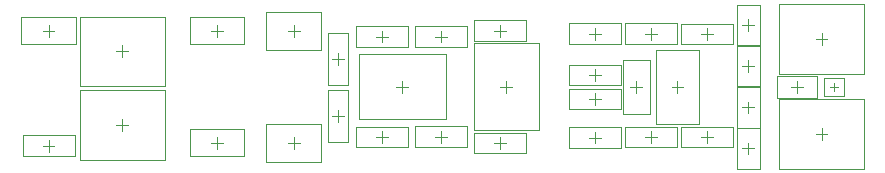
<source format=gbr>
%FSTAX23Y23*%
%MOMM*%
%SFA1B1*%

%IPPOS*%
%ADD43C,0.100000*%
%ADD45C,0.050000*%
%LNmicamp_mechanical_15-1*%
%LPD*%
G54D43*
X33199Y07499D02*
Y08499D01*
X32699Y07999D02*
X33699D01*
X41499D02*
X42499D01*
X41999Y07499D02*
Y08499D01*
X56499Y07499D02*
Y08499D01*
X55999Y07999D02*
X56999D01*
X48999Y08999D02*
X49999D01*
X49499Y08499D02*
Y09499D01*
X48999Y06974D02*
X49999D01*
X49499Y06474D02*
Y07474D01*
X27749Y09849D02*
Y10849D01*
X27249Y10349D02*
X28249D01*
X40999Y12749D02*
X41999D01*
X41499Y12249D02*
Y13249D01*
X30999Y12249D02*
X31999D01*
X31499Y11749D02*
Y12749D01*
X27749Y04999D02*
Y05999D01*
X27249Y05499D02*
X28249D01*
X02749Y02999D02*
X03749D01*
X03249Y02499D02*
Y03499D01*
X35999Y12249D02*
X36999D01*
X36499Y11749D02*
Y12749D01*
X48999Y12499D02*
X49999D01*
X49499Y11999D02*
Y12999D01*
X48999Y03699D02*
X49999D01*
X49499Y03199D02*
Y04199D01*
X35999Y03774D02*
X36999D01*
X36499Y03274D02*
Y04274D01*
X30999Y03749D02*
X31999D01*
X31499Y03249D02*
Y04249D01*
X58499Y03749D02*
X59499D01*
X58999Y03249D02*
Y04249D01*
X58499Y12474D02*
X59499D01*
X58999Y11974D02*
Y12974D01*
X40999Y03249D02*
X41999D01*
X41499Y02749D02*
Y03749D01*
X53749D02*
X54749D01*
X54249Y03249D02*
Y04249D01*
X53749Y12499D02*
X54749D01*
X54249Y11999D02*
Y12999D01*
X66149Y07999D02*
X67149D01*
X66649Y07499D02*
Y08499D01*
X62499Y12749D02*
Y13749D01*
X61999Y13249D02*
X62999D01*
X69399Y07999D02*
X70099D01*
X69749Y07649D02*
Y08349D01*
X62499Y02274D02*
Y03274D01*
X61999Y02774D02*
X62999D01*
X03249Y12249D02*
Y13249D01*
X02749Y12749D02*
X03749D01*
X52499Y07999D02*
X53499D01*
X52999Y07499D02*
Y08499D01*
X62499Y05749D02*
Y06749D01*
X61999Y06249D02*
X62999D01*
X62499Y09249D02*
Y10249D01*
X61999Y09749D02*
X62999D01*
X68199Y12059D02*
X69199D01*
X68699Y11559D02*
Y12559D01*
X08999Y10999D02*
X09999D01*
X09499Y10499D02*
Y11499D01*
X08999Y04749D02*
X09999D01*
X09499Y04249D02*
Y05249D01*
X17499Y12249D02*
Y13249D01*
X16999Y12749D02*
X17999D01*
X17499Y02749D02*
Y03749D01*
X16999Y03249D02*
X17999D01*
X23999Y12249D02*
Y13249D01*
X23499Y12749D02*
X24499D01*
X23999Y02749D02*
Y03749D01*
X23499Y03249D02*
X24499D01*
X68199Y04024D02*
X69199D01*
X68699Y03524D02*
Y04524D01*
G54D45*
X29499Y05249D02*
X36899D01*
X29499Y10749D02*
X36899D01*
Y05249D02*
Y10749D01*
X29499Y05249D02*
Y10749D01*
X44749Y04299D02*
Y11699D01*
X39249Y04299D02*
Y11699D01*
X44749*
X39249Y04299D02*
X44749D01*
X54699Y04849D02*
X58299D01*
X54699Y11149D02*
X58299D01*
X54699Y04849D02*
Y11149D01*
X58299Y04849D02*
Y11149D01*
X47299Y08124D02*
Y09874D01*
X51699Y08124D02*
Y09874D01*
X47299D02*
X51699D01*
X47299Y08124D02*
X51699D01*
Y06099D02*
Y07849D01*
X47299Y06099D02*
Y07849D01*
Y06099D02*
X51699D01*
X47299Y07849D02*
X51699D01*
X26874Y12549D02*
X28624D01*
X26874Y08149D02*
X28624D01*
Y12549*
X26874Y08149D02*
Y12549D01*
X43699Y11874D02*
Y13624D01*
X39299Y11874D02*
Y13624D01*
Y11874D02*
X43699D01*
X39299Y13624D02*
X43699D01*
X33699Y11374D02*
Y13124D01*
X29299Y11374D02*
Y13124D01*
Y11374D02*
X33699D01*
X29299Y13124D02*
X33699D01*
X26874Y03299D02*
X28624D01*
X26874Y07699D02*
X28624D01*
X26874Y03299D02*
Y07699D01*
X28624Y03299D02*
Y07699D01*
X05449Y02124D02*
Y03874D01*
X01049Y02124D02*
Y03874D01*
Y02124D02*
X05449D01*
X01049Y03874D02*
X05449D01*
X38699Y11374D02*
Y13124D01*
X34299Y11374D02*
Y13124D01*
Y11374D02*
X38699D01*
X34299Y13124D02*
X38699D01*
X47299Y11624D02*
Y13374D01*
X51699Y11624D02*
Y13374D01*
X47299D02*
X51699D01*
X47299Y11624D02*
X51699D01*
X47299Y02824D02*
Y04574D01*
X51699Y02824D02*
Y04574D01*
X47299D02*
X51699D01*
X47299Y02824D02*
X51699D01*
X38699Y02899D02*
Y04649D01*
X34299Y02899D02*
Y04649D01*
Y02899D02*
X38699D01*
X34299Y04649D02*
X38699D01*
X33699Y02874D02*
Y04624D01*
X29299Y02874D02*
Y04624D01*
Y02874D02*
X33699D01*
X29299Y04624D02*
X33699D01*
X56799Y02874D02*
Y04624D01*
X61199Y02874D02*
Y04624D01*
X56799D02*
X61199D01*
X56799Y02874D02*
X61199D01*
X56799Y11599D02*
Y13349D01*
X61199Y11599D02*
Y13349D01*
X56799D02*
X61199D01*
X56799Y11599D02*
X61199D01*
X43699Y02374D02*
Y04124D01*
X39299Y02374D02*
Y04124D01*
Y02374D02*
X43699D01*
X39299Y04124D02*
X43699D01*
X56449Y02874D02*
Y04624D01*
X52049Y02874D02*
Y04624D01*
Y02874D02*
X56449D01*
X52049Y04624D02*
X56449D01*
X52049Y11624D02*
Y13374D01*
X56449Y11624D02*
Y13374D01*
X52049D02*
X56449D01*
X52049Y11624D02*
X56449D01*
X64949Y07049D02*
Y08949D01*
X68349Y07049D02*
Y08949D01*
X64949D02*
X68349D01*
X64949Y07049D02*
X68349D01*
X61549Y14949D02*
X63449D01*
X61549Y11549D02*
X63449D01*
Y14949*
X61549Y11549D02*
Y14949D01*
X70599Y07249D02*
Y08749D01*
X68899Y07249D02*
Y08749D01*
Y07249D02*
X70599D01*
X68899Y08749D02*
X70599D01*
X61549Y01074D02*
X63449D01*
X61549Y04474D02*
X63449D01*
X61549Y01074D02*
Y04474D01*
X63449Y01074D02*
Y04474D01*
X00949Y11599D02*
X05549D01*
X00949Y13899D02*
X05549D01*
Y11599D02*
Y13899D01*
X00949Y11599D02*
Y13899D01*
X54149Y05699D02*
Y10299D01*
X51849Y05699D02*
Y10299D01*
X54149*
X51849Y05699D02*
X54149D01*
X61549Y04549D02*
X63449D01*
X61549Y07949D02*
X63449D01*
X61549Y04549D02*
Y07949D01*
X63449Y04549D02*
Y07949D01*
X61549Y11449D02*
X63449D01*
X61549Y08049D02*
X63449D01*
Y11449*
X61549Y08049D02*
Y11449D01*
X65099Y09109D02*
Y15009D01*
X72299Y09109D02*
Y15009D01*
X65099D02*
X72299D01*
X65099Y09109D02*
X72299D01*
X05899Y08049D02*
Y13949D01*
X13099Y08049D02*
Y13949D01*
X05899D02*
X13099D01*
X05899Y08049D02*
X13099D01*
Y01799D02*
Y07699D01*
X05899Y01799D02*
Y07699D01*
Y01799D02*
X13099D01*
X05899Y07699D02*
X13099D01*
X15199Y11599D02*
X19799D01*
X15199Y13899D02*
X19799D01*
Y11599D02*
Y13899D01*
X15199Y11599D02*
Y13899D01*
Y04399D02*
X19799D01*
X15199Y02099D02*
X19799D01*
X15199D02*
Y04399D01*
X19799Y02099D02*
Y04399D01*
X21699Y11149D02*
X26299D01*
X21699Y14349D02*
X26299D01*
Y11149D02*
Y14349D01*
X21699Y11149D02*
Y14349D01*
Y04849D02*
X26299D01*
X21699Y01649D02*
X26299D01*
X21699D02*
Y04849D01*
X26299Y01649D02*
Y04849D01*
X65099Y01074D02*
Y06974D01*
X72299Y01074D02*
Y06974D01*
X65099D02*
X72299D01*
X65099Y01074D02*
X72299D01*
M02*
</source>
